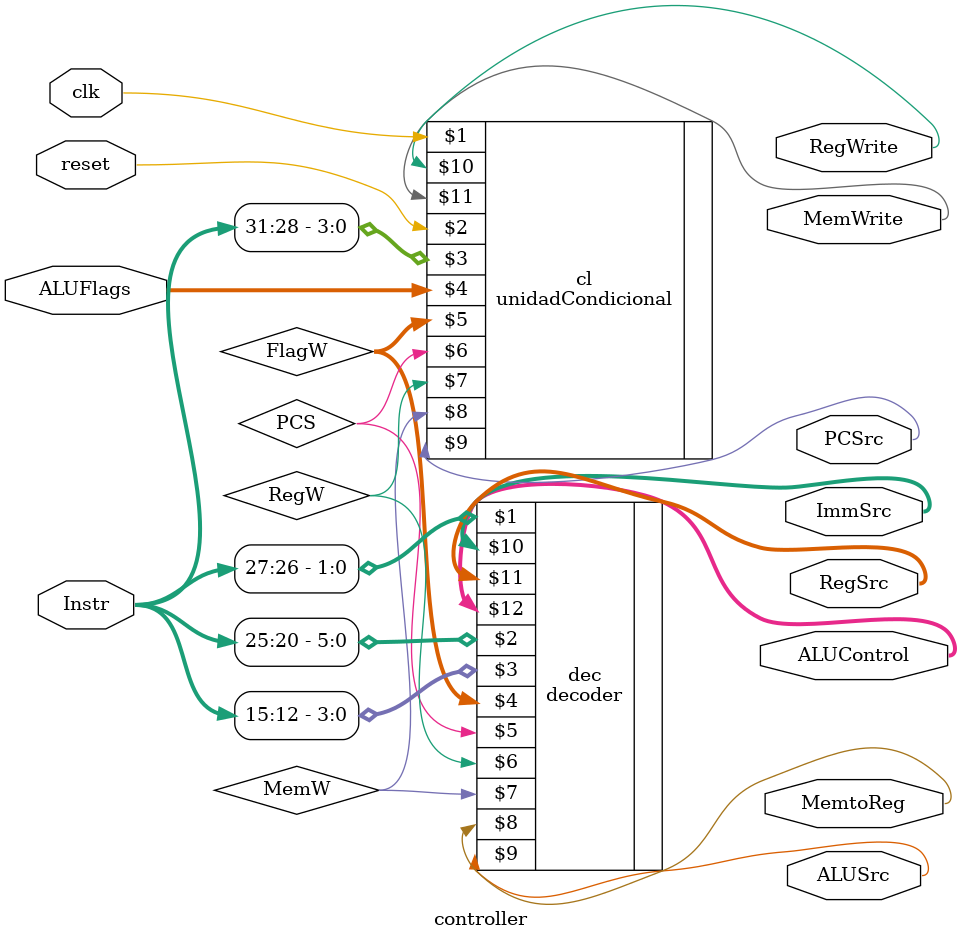
<source format=sv>
module controller(
    input logic clk, reset,
    input logic [31:12] Instr,
    input logic [3:0] ALUFlags,
    output logic [1:0] RegSrc,
    output logic RegWrite,
    output logic [1:0] ImmSrc,
    output logic ALUSrc,
    output logic [1:0] ALUControl,
    output logic MemWrite, MemtoReg,
    output logic PCSrc
);
    logic [1:0] FlagW;
    logic PCS, RegW, MemW;
    decoder dec(
        Instr[27:26], Instr[25:20], Instr[15:12],
        FlagW, PCS, RegW, MemW,
        MemtoReg, ALUSrc, ImmSrc, RegSrc, ALUControl
    );
    unidadCondicional cl(
        clk, reset, Instr[31:28], ALUFlags,
        FlagW, PCS, RegW, MemW,
        PCSrc, RegWrite, MemWrite
    );
endmodule
</source>
